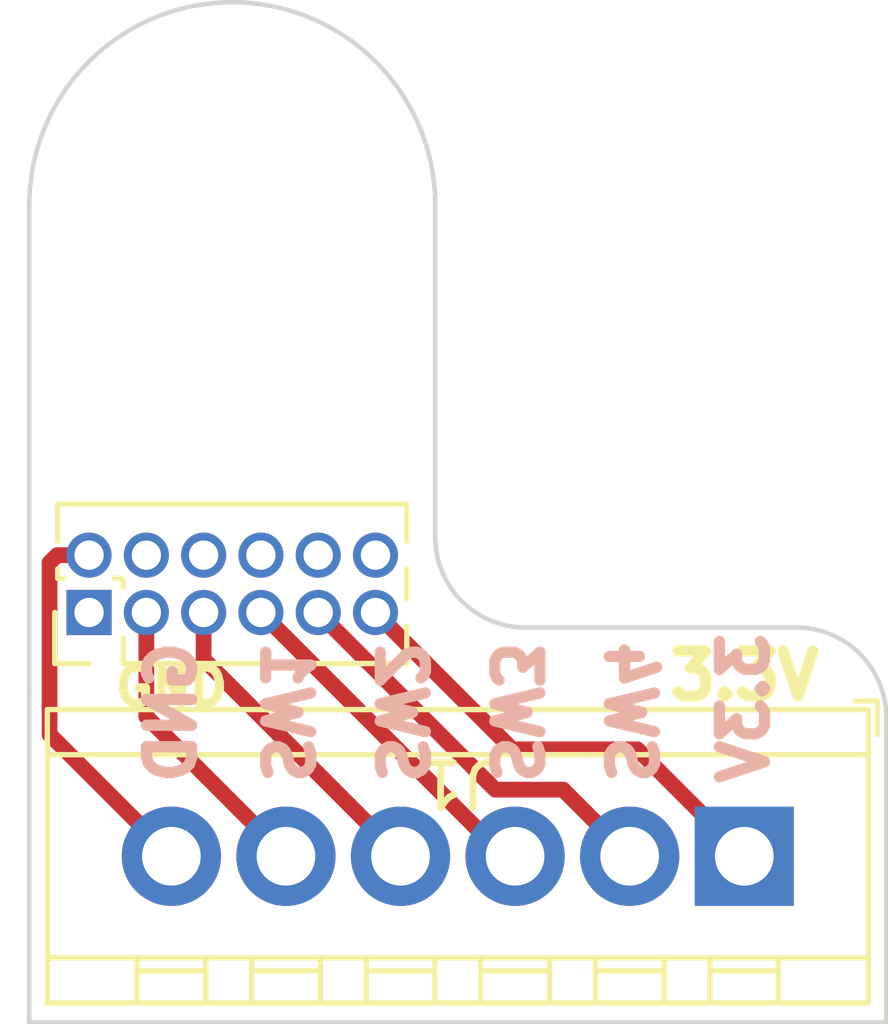
<source format=kicad_pcb>
(kicad_pcb (version 20211014) (generator pcbnew)
  (layers (0 "F.Cu" signal) (31 "B.Cu" signal) (34 "B.Paste" user) (35 "F.Paste" user) (36 "B.SilkS" user "B.Silkscreen") (37 "F.SilkS" user "F.Silkscreen") (38 "B.Mask" user) (39 "F.Mask" user) (44 "Edge.Cuts" user))
  (net 0 "")
  (net 1 "+3.3V")
  (net 2 "/GPIO9")
  (net 3 "/GPIO7")
  (net 4 "/GPIO5")
  (net 5 "/GPIO3")
  (net 6 "GND")
  (footprint "MountingHole:MountingHole_2.2mm_M2" (layer "F.Cu") (at 116.9 135.1)
    (fp_text reference "H1" hide)
    (fp_text value "MountingHole")
    (pad "" np_thru_hole circle (at 0 0) (size 2.2 2.2) (drill 2.2) (layers *.Cu *.Mask))
  )
  (footprint "Connector_PinHeader_1.27mm:PinHeader_2x06_P1.27mm_Vertical" (layer "F.Cu") (at 113.725 144.118 90)
    (fp_text reference "J2" hide)
    (fp_text value "Conn_02x06_Odd_Even")
    (fp_line (start 0.76 0.706529) (end 0.76 0.563471) (layer "F.SilkS") (width 0.12))
    (fp_line (start -1.13 7.045) (end -0.30753 7.045) (layer "F.SilkS") (width 0.12))
    (fp_line (start 2.4 -0.695) (end 2.4 7.045) (layer "F.SilkS") (width 0.12))
    (fp_line (start 0.563471 0.76) (end 0.706529 0.76) (layer "F.SilkS") (width 0.12))
    (fp_line (start -1.13 0) (end -1.13 -0.76) (layer "F.SilkS") (width 0.12))
    (fp_line (start 1.57753 -0.695) (end 2.4 -0.695) (layer "F.SilkS") (width 0.12))
    (fp_line (start 0.76 -0.695) (end 0.96247 -0.695) (layer "F.SilkS") (width 0.12))
    (fp_line (start 0.76 -0.563471) (end 0.76 -0.695) (layer "F.SilkS") (width 0.12))
    (fp_line (start -1.13 -0.76) (end 0 -0.76) (layer "F.SilkS") (width 0.12))
    (fp_line (start 1.57753 7.045) (end 2.4 7.045) (layer "F.SilkS") (width 0.12))
    (fp_line (start 0.30753 7.045) (end 0.96247 7.045) (layer "F.SilkS") (width 0.12))
    (fp_line (start -1.13 0.76) (end -0.563471 0.76) (layer "F.SilkS") (width 0.12))
    (fp_line (start -1.13 0.76) (end -1.13 7.045) (layer "F.SilkS") (width 0.12))
    (pad "1" thru_hole rect (at 0 0 90) (size 1 1) (drill 0.65) (layers *.Cu *.Mask))
    (pad "2" thru_hole oval (at 1.27 0 90) (size 1 1) (drill 0.65) (layers *.Cu *.Mask) (net 6 "GND"))
    (pad "3" thru_hole oval (at 0 1.27 90) (size 1 1) (drill 0.65) (layers *.Cu *.Mask) (net 5 "/GPIO3"))
    (pad "4" thru_hole oval (at 1.27 1.27 90) (size 1 1) (drill 0.65) (layers *.Cu *.Mask))
    (pad "5" thru_hole oval (at 0 2.54 90) (size 1 1) (drill 0.65) (layers *.Cu *.Mask) (net 4 "/GPIO5"))
    (pad "6" thru_hole oval (at 1.27 2.54 90) (size 1 1) (drill 0.65) (layers *.Cu *.Mask))
    (pad "7" thru_hole oval (at 0 3.81 90) (size 1 1) (drill 0.65) (layers *.Cu *.Mask) (net 3 "/GPIO7"))
    (pad "8" thru_hole oval (at 1.27 3.81 90) (size 1 1) (drill 0.65) (layers *.Cu *.Mask))
    (pad "9" thru_hole oval (at 0 5.08 90) (size 1 1) (drill 0.65) (layers *.Cu *.Mask) (net 2 "/GPIO9"))
    (pad "10" thru_hole oval (at 1.27 5.08 90) (size 1 1) (drill 0.65) (layers *.Cu *.Mask))
    (pad "11" thru_hole oval (at 0 6.35 90) (size 1 1) (drill 0.65) (layers *.Cu *.Mask) (net 1 "+3.3V"))
    (pad "12" thru_hole oval (at 1.27 6.35 90) (size 1 1) (drill 0.65) (layers *.Cu *.Mask))
  )
  (footprint "lib_fp:OSTVN06A150" (layer "F.Cu") (at 121.9 149.518 180)
    (fp_text reference "J1" (at 0 1.618 180 unlocked) (layer "F.SilkS"))
    (fp_text value "Conn_01x06_Female")
    (fp_line (start -9.1 2.25) (end 9.1 2.25) (layer "F.SilkS") (width 0.12))
    (fp_line (start -2.032 -2.54) (end -0.508 -2.54) (layer "F.SilkS") (width 0.12))
    (fp_line (start -7.112 -2.286) (end -7.112 -3.236) (layer "F.SilkS") (width 0.12))
    (fp_line (start -4.572 -2.3) (end -4.572 -3.25) (layer "F.SilkS") (width 0.12))
    (fp_line (start -9.3 2.7) (end -9.3 3.44) (layer "F.SilkS") (width 0.12))
    (fp_line (start 3.048 -2.314) (end 3.048 -3.2) (layer "F.SilkS") (width 0.12))
    (fp_line (start 5.588 -2.3) (end 5.588 -3.25) (layer "F.SilkS") (width 0.12))
    (fp_line (start 7.112 -2.286) (end 7.112 -3.236) (layer "F.SilkS") (width 0.12))
    (fp_line (start -5.588 -2.272) (end -5.588 -3.222) (layer "F.SilkS") (width 0.12))
    (fp_line (start 0.508 -2.25) (end 0.508 -3.2) (layer "F.SilkS") (width 0.12))
    (fp_line (start -9.1 -3.25) (end 9.1 -3.25) (layer "F.SilkS") (width 0.12))
    (fp_line (start 5.588 -2.54) (end 7.112 -2.54) (layer "F.SilkS") (width 0.12))
    (fp_line (start -4.572 -2.54) (end -3.048 -2.54) (layer "F.SilkS") (width 0.12))
    (fp_line (start 0.508 -2.54) (end 2.032 -2.54) (layer "F.SilkS") (width 0.12))
    (fp_line (start -9.1 -3.25) (end -9.1 3.25) (layer "F.SilkS") (width 0.12))
    (fp_line (start -2.032 -2.286) (end -2.032 -3.236) (layer "F.SilkS") (width 0.12))
    (fp_line (start 4.572 -2.3) (end 4.572 -3.25) (layer "F.SilkS") (width 0.12))
    (fp_line (start -9.1 -2.25) (end 9.1 -2.25) (layer "F.SilkS") (width 0.12))
    (fp_line (start -7.112 -2.54) (end -5.588 -2.54) (layer "F.SilkS") (width 0.12))
    (fp_line (start 2.032 -2.314) (end 2.032 -3.2) (layer "F.SilkS") (width 0.12))
    (fp_line (start 9.1 -3.25) (end 9.1 3.25) (layer "F.SilkS") (width 0.12))
    (fp_line (start -9.1 3.25) (end 9.1 3.25) (layer "F.SilkS") (width 0.12))
    (fp_line (start 3.048 -2.54) (end 4.572 -2.54) (layer "F.SilkS") (width 0.12))
    (fp_line (start -0.508 -2.272) (end -0.508 -3.222) (layer "F.SilkS") (width 0.12))
    (fp_line (start -9.3 3.44) (end -8.8 3.44) (layer "F.SilkS") (width 0.12))
    (fp_line (start -3.048 -2.286) (end -3.048 -3.236) (layer "F.SilkS") (width 0.12))
    (pad "1" thru_hole rect (at -6.35 0 180) (size 2.2 2.2) (drill 1.3) (layers *.Cu *.Mask) (net 1 "+3.3V"))
    (pad "2" thru_hole circle (at -3.81 0 180) (size 2.2 2.2) (drill 1.3) (layers *.Cu *.Mask) (net 2 "/GPIO9"))
    (pad "3" thru_hole circle (at -1.27 0 180) (size 2.2 2.2) (drill 1.3) (layers *.Cu *.Mask) (net 3 "/GPIO7"))
    (pad "4" thru_hole circle (at 1.27 0 180) (size 2.2 2.2) (drill 1.3) (layers *.Cu *.Mask) (net 4 "/GPIO5"))
    (pad "5" thru_hole circle (at 3.81 0 180) (size 2.2 2.2) (drill 1.3) (layers *.Cu *.Mask) (net 5 "/GPIO3"))
    (pad "6" thru_hole circle (at 6.35 0 180) (size 2.2 2.2) (drill 1.3) (layers *.Cu *.Mask) (net 6 "GND"))
  )
  (gr_line (start 131.4 153.2) (end 131.4 146.45) (layer "Edge.Cuts") (width 0.1))
  (gr_line (start 123.4 144.45) (end 129.4 144.45) (layer "Edge.Cuts") (width 0.1))
  (gr_arc (start 112.4 135.1) (mid 116.9 130.6) (end 121.4 135.1) (layer "Edge.Cuts") (width 0.1))
  (gr_arc (start 129.4 144.45) (mid 130.814213 145.035787) (end 131.4 146.45) (layer "Edge.Cuts") (width 0.1))
  (gr_arc (start 123.4 144.45) (mid 121.985786 143.864213) (end 121.4 142.45) (layer "Edge.Cuts") (width 0.1))
  (gr_line (start 112.4 135.1) (end 112.4 145.8) (layer "Edge.Cuts") (width 0.1))
  (gr_line (start 112.4 153.2) (end 131.4 153.2) (layer "Edge.Cuts") (width 0.1))
  (gr_line (start 112.4 153.2) (end 112.4 145.8) (layer "Edge.Cuts") (width 0.1))
  (gr_line (start 121.4 135.1) (end 121.4 142.45) (layer "Edge.Cuts") (width 0.1))
  (gr_text "GND" (at 115.55 148.018 90) (layer "B.SilkS") (effects (font (size 1 1) (thickness 0.25)) (justify right mirror)))
  (gr_text "SW1" (at 118.09 148.018 -90) (layer "B.SilkS") (effects (font (size 1 1) (thickness 0.25)) (justify left mirror)))
  (gr_text "SW4" (at 125.71 148.018 -90) (layer "B.SilkS") (effects (font (size 1 1) (thickness 0.25)) (justify left mirror)))
  (gr_text "3.3V" (at 128.25 148.018 90) (layer "B.SilkS") (effects (font (size 1 1) (thickness 0.25)) (justify right mirror)))
  (gr_text "SW2" (at 120.63 148.018 -90) (layer "B.SilkS") (effects (font (size 1 1) (thickness 0.25)) (justify left mirror)))
  (gr_text "SW3" (at 123.17 148.018 -90) (layer "B.SilkS") (effects (font (size 1 1) (thickness 0.25)) (justify left mirror)))
  (gr_text "GND" (at 115.55 145.768) (layer "F.SilkS") (effects (font (size 0.8 0.8) (thickness 0.2))))
  (gr_text "3.3V" (at 128.25 145.518) (layer "F.SilkS") (effects (font (size 1 1) (thickness 0.25))))
  (segment (start 125.882 147.15) (end 128.25 149.518) (width 0.35) (layer "F.Cu") (net 1))
  (segment (start 120.075 144.118) (end 123.107 147.15) (width 0.35) (layer "F.Cu") (net 1))
  (segment (start 123.107 147.15) (end 125.882 147.15) (width 0.35) (layer "F.Cu") (net 1))
  (segment (start 122.73 148.043) (end 124.235 148.043) (width 0.35) (layer "F.Cu") (net 2))
  (segment (start 118.805 144.118) (end 122.73 148.043) (width 0.35) (layer "F.Cu") (net 2))
  (segment (start 124.235 148.043) (end 125.71 149.518) (width 0.35) (layer "F.Cu") (net 2))
  (segment (start 122.935 149.518) (end 123.17 149.518) (width 0.35) (layer "F.Cu") (net 3))
  (segment (start 117.535 144.118) (end 122.935 149.518) (width 0.35) (layer "F.Cu") (net 3))
  (segment (start 116.265 145.153) (end 120.63 149.518) (width 0.35) (layer "F.Cu") (net 4))
  (segment (start 116.265 144.118) (end 116.265 145.153) (width 0.35) (layer "F.Cu") (net 4))
  (segment (start 114.995 146.423) (end 118.09 149.518) (width 0.35) (layer "F.Cu") (net 5))
  (segment (start 114.995 144.118) (end 114.995 146.423) (width 0.35) (layer "F.Cu") (net 5))
  (segment (start 112.85 146.818) (end 112.85 143.015894) (width 0.35) (layer "F.Cu") (net 6))
  (segment (start 112.85 143.015894) (end 113.017894 142.848) (width 0.35) (layer "F.Cu") (net 6))
  (segment (start 113.017894 142.848) (end 113.725 142.848) (width 0.35) (layer "F.Cu") (net 6))
  (segment (start 115.55 149.518) (end 112.85 146.818) (width 0.35) (layer "F.Cu") (net 6))
)
</source>
